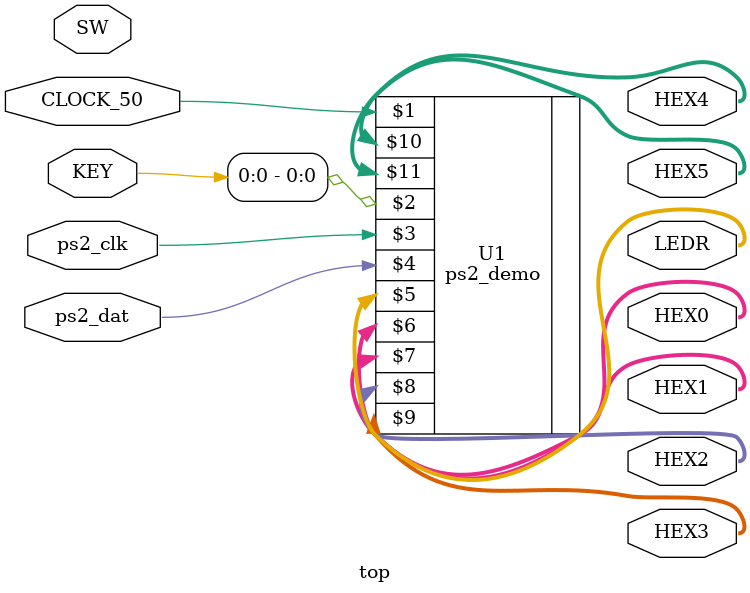
<source format=v>

`default_nettype none

module top (CLOCK_50, SW, KEY, HEX0, HEX1, HEX2, HEX3, HEX4, HEX5, LEDR, ps2_clk, ps2_dat);
    input wire CLOCK_50;        // DE-series 50 MHz clock signal
    input wire [9:0] SW;        // DE-series switches
    input wire [3:0] KEY;       // DE-series pushbuttons

    output wire [6:0] HEX0;     // DE-series HEX displays
    output wire [6:0] HEX1;
    output wire [6:0] HEX2;
    output wire [6:0] HEX3;
    output wire [6:0] HEX4;
    output wire [6:0] HEX5;

    output wire [9:0] LEDR;     // DE-series LEDs 

    inout  wire ps2_clk;        // DE-series PS/2 Clock
    inout  wire ps2_dat;        // DE-series PS/2 Data

    ps2_demo U1 (CLOCK_50, KEY[0], ps2_clk, ps2_dat, LEDR, HEX0, HEX1, HEX2, HEX3, HEX4, HEX5);

endmodule


</source>
